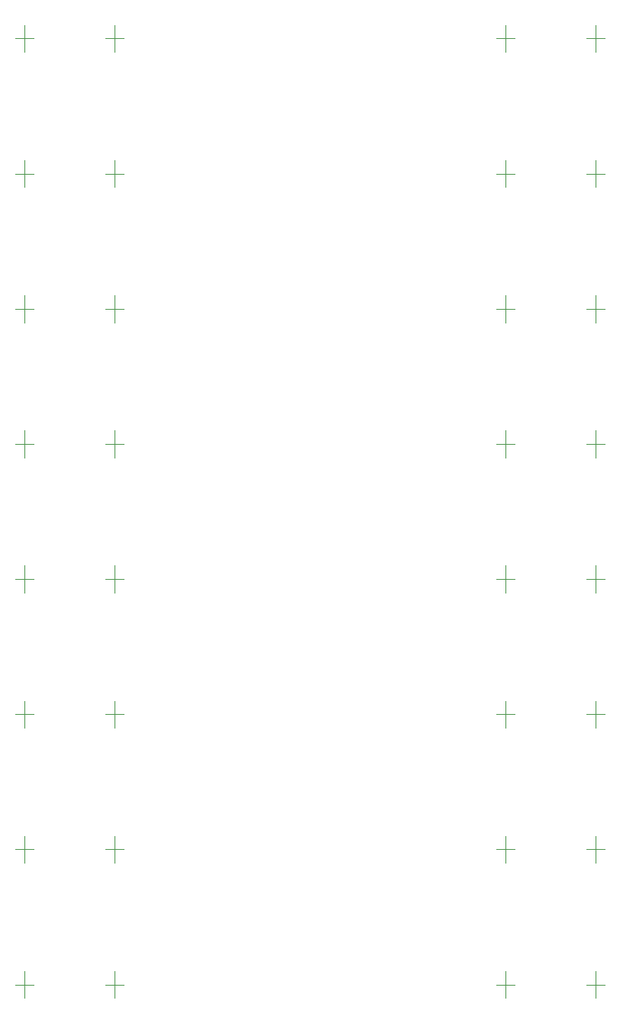
<source format=gbr>
G04 #@! TF.GenerationSoftware,KiCad,Pcbnew,(5.1.2)-2*
G04 #@! TF.CreationDate,2020-06-09T17:36:25+02:00*
G04 #@! TF.ProjectId,INTERFACE,494e5445-5246-4414-9345-2e6b69636164,rev?*
G04 #@! TF.SameCoordinates,Original*
G04 #@! TF.FileFunction,Legend,Bot*
G04 #@! TF.FilePolarity,Positive*
%FSLAX46Y46*%
G04 Gerber Fmt 4.6, Leading zero omitted, Abs format (unit mm)*
G04 Created by KiCad (PCBNEW (5.1.2)-2) date 2020-06-09 17:36:25*
%MOMM*%
%LPD*%
G04 APERTURE LIST*
%ADD10C,0.120000*%
G04 APERTURE END LIST*
D10*
X68330000Y250000D02*
X68330000Y3250000D01*
X69330000Y1750000D02*
X67330000Y1750000D01*
X78330000Y250000D02*
X78330000Y3250000D01*
X77330000Y1750000D02*
X79330000Y1750000D01*
X121670000Y250000D02*
X121670000Y3250000D01*
X122670000Y1750000D02*
X120670000Y1750000D01*
X131670000Y250000D02*
X131670000Y3250000D01*
X130670000Y1750000D02*
X132670000Y1750000D01*
X68330000Y-14750000D02*
X68330000Y-11750000D01*
X69330000Y-13250000D02*
X67330000Y-13250000D01*
X78330000Y-14750000D02*
X78330000Y-11750000D01*
X77330000Y-13250000D02*
X79330000Y-13250000D01*
X121670000Y-14750000D02*
X121670000Y-11750000D01*
X122670000Y-13250000D02*
X120670000Y-13250000D01*
X131670000Y-14750000D02*
X131670000Y-11750000D01*
X130670000Y-13250000D02*
X132670000Y-13250000D01*
X68330000Y-29750000D02*
X68330000Y-26750000D01*
X69330000Y-28250000D02*
X67330000Y-28250000D01*
X78330000Y-29750000D02*
X78330000Y-26750000D01*
X77330000Y-28250000D02*
X79330000Y-28250000D01*
X121670000Y-29750000D02*
X121670000Y-26750000D01*
X122670000Y-28250000D02*
X120670000Y-28250000D01*
X131670000Y-29750000D02*
X131670000Y-26750000D01*
X130670000Y-28250000D02*
X132670000Y-28250000D01*
X68330000Y-44750000D02*
X68330000Y-41750000D01*
X69330000Y-43250000D02*
X67330000Y-43250000D01*
X78330000Y-44750000D02*
X78330000Y-41750000D01*
X77330000Y-43250000D02*
X79330000Y-43250000D01*
X121670000Y-44750000D02*
X121670000Y-41750000D01*
X122670000Y-43250000D02*
X120670000Y-43250000D01*
X131670000Y-44750000D02*
X131670000Y-41750000D01*
X130670000Y-43250000D02*
X132670000Y-43250000D01*
X68330000Y-59750000D02*
X68330000Y-56750000D01*
X69330000Y-58250000D02*
X67330000Y-58250000D01*
X78330000Y-59750000D02*
X78330000Y-56750000D01*
X77330000Y-58250000D02*
X79330000Y-58250000D01*
X121670000Y-59750000D02*
X121670000Y-56750000D01*
X122670000Y-58250000D02*
X120670000Y-58250000D01*
X131670000Y-59750000D02*
X131670000Y-56750000D01*
X130670000Y-58250000D02*
X132670000Y-58250000D01*
X68330000Y-74750000D02*
X68330000Y-71750000D01*
X69330000Y-73250000D02*
X67330000Y-73250000D01*
X78330000Y-74750000D02*
X78330000Y-71750000D01*
X77330000Y-73250000D02*
X79330000Y-73250000D01*
X121670000Y-74750000D02*
X121670000Y-71750000D01*
X122670000Y-73250000D02*
X120670000Y-73250000D01*
X131670000Y-74750000D02*
X131670000Y-71750000D01*
X130670000Y-73250000D02*
X132670000Y-73250000D01*
X68330000Y-89750000D02*
X68330000Y-86750000D01*
X69330000Y-88250000D02*
X67330000Y-88250000D01*
X78330000Y-89750000D02*
X78330000Y-86750000D01*
X77330000Y-88250000D02*
X79330000Y-88250000D01*
X121670000Y-89750000D02*
X121670000Y-86750000D01*
X122670000Y-88250000D02*
X120670000Y-88250000D01*
X131670000Y-89750000D02*
X131670000Y-86750000D01*
X130670000Y-88250000D02*
X132670000Y-88250000D01*
X130670000Y-103250000D02*
X132670000Y-103250000D01*
X131670000Y-104750000D02*
X131670000Y-101750000D01*
X122670000Y-103250000D02*
X120670000Y-103250000D01*
X121670000Y-104750000D02*
X121670000Y-101750000D01*
X77330000Y-103250000D02*
X79330000Y-103250000D01*
X78330000Y-104750000D02*
X78330000Y-101750000D01*
X69330000Y-103250000D02*
X67330000Y-103250000D01*
X68330000Y-104750000D02*
X68330000Y-101750000D01*
M02*

</source>
